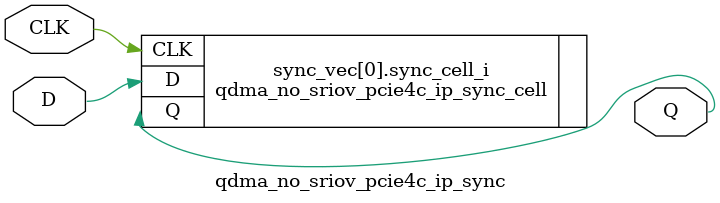
<source format=v>

`timescale 1ps / 1ps

(* DowngradeIPIdentifiedWarnings = "yes" *)
module qdma_no_sriov_pcie4c_ip_sync #
(
    parameter integer WIDTH = 1, 
    parameter integer STAGE = 3
)
(
    //-------------------------------------------------------------------------- 
    //  Input Ports
    //-------------------------------------------------------------------------- 
    input                               CLK,
    input       [WIDTH-1:0]             D,
    
    //-------------------------------------------------------------------------- 
    //  Output Ports
    //-------------------------------------------------------------------------- 
    output      [WIDTH-1:0]             Q
);                                                        



//--------------------------------------------------------------------------------------------------
//  Generate Synchronizer - Begin
//--------------------------------------------------------------------------------------------------
genvar i;

generate for (i=0; i<WIDTH; i=i+1) 

    begin : sync_vec

    //----------------------------------------------------------------------
    //  Synchronizer
    //----------------------------------------------------------------------
    qdma_no_sriov_pcie4c_ip_sync_cell #
    (
        .STAGE                          (STAGE)
    )    
    sync_cell_i
    (
        //------------------------------------------------------------------
        //  Input Ports
        //------------------------------------------------------------------
        .CLK                            (CLK),
        .D                              (D[i]),

        //------------------------------------------------------------------
        //  Output Ports
        //------------------------------------------------------------------
        .Q                              (Q[i])
    );
 
    end   
      
endgenerate 
//--------------------------------------------------------------------------------------------------
//  Generate - End
//--------------------------------------------------------------------------------------------------



endmodule

</source>
